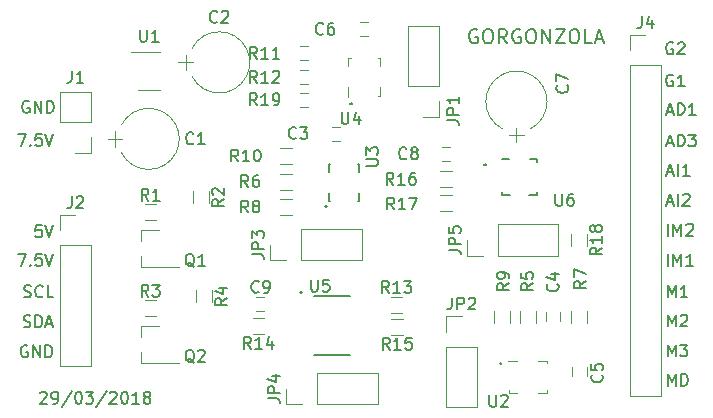
<source format=gto>
G04 #@! TF.FileFunction,Legend,Top*
%FSLAX46Y46*%
G04 Gerber Fmt 4.6, Leading zero omitted, Abs format (unit mm)*
G04 Created by KiCad (PCBNEW 4.0.7) date Friday, March 30, 2018 'PMt' 08:41:18 PM*
%MOMM*%
%LPD*%
G01*
G04 APERTURE LIST*
%ADD10C,0.100000*%
%ADD11C,0.150000*%
%ADD12C,0.200000*%
%ADD13C,0.127000*%
%ADD14C,0.120000*%
G04 APERTURE END LIST*
D10*
D11*
X97345476Y-147375619D02*
X97393095Y-147328000D01*
X97488333Y-147280381D01*
X97726429Y-147280381D01*
X97821667Y-147328000D01*
X97869286Y-147375619D01*
X97916905Y-147470857D01*
X97916905Y-147566095D01*
X97869286Y-147708952D01*
X97297857Y-148280381D01*
X97916905Y-148280381D01*
X98393095Y-148280381D02*
X98583571Y-148280381D01*
X98678810Y-148232762D01*
X98726429Y-148185143D01*
X98821667Y-148042286D01*
X98869286Y-147851810D01*
X98869286Y-147470857D01*
X98821667Y-147375619D01*
X98774048Y-147328000D01*
X98678810Y-147280381D01*
X98488333Y-147280381D01*
X98393095Y-147328000D01*
X98345476Y-147375619D01*
X98297857Y-147470857D01*
X98297857Y-147708952D01*
X98345476Y-147804190D01*
X98393095Y-147851810D01*
X98488333Y-147899429D01*
X98678810Y-147899429D01*
X98774048Y-147851810D01*
X98821667Y-147804190D01*
X98869286Y-147708952D01*
X100012143Y-147232762D02*
X99155000Y-148518476D01*
X100535952Y-147280381D02*
X100631191Y-147280381D01*
X100726429Y-147328000D01*
X100774048Y-147375619D01*
X100821667Y-147470857D01*
X100869286Y-147661333D01*
X100869286Y-147899429D01*
X100821667Y-148089905D01*
X100774048Y-148185143D01*
X100726429Y-148232762D01*
X100631191Y-148280381D01*
X100535952Y-148280381D01*
X100440714Y-148232762D01*
X100393095Y-148185143D01*
X100345476Y-148089905D01*
X100297857Y-147899429D01*
X100297857Y-147661333D01*
X100345476Y-147470857D01*
X100393095Y-147375619D01*
X100440714Y-147328000D01*
X100535952Y-147280381D01*
X101202619Y-147280381D02*
X101821667Y-147280381D01*
X101488333Y-147661333D01*
X101631191Y-147661333D01*
X101726429Y-147708952D01*
X101774048Y-147756571D01*
X101821667Y-147851810D01*
X101821667Y-148089905D01*
X101774048Y-148185143D01*
X101726429Y-148232762D01*
X101631191Y-148280381D01*
X101345476Y-148280381D01*
X101250238Y-148232762D01*
X101202619Y-148185143D01*
X102964524Y-147232762D02*
X102107381Y-148518476D01*
X103250238Y-147375619D02*
X103297857Y-147328000D01*
X103393095Y-147280381D01*
X103631191Y-147280381D01*
X103726429Y-147328000D01*
X103774048Y-147375619D01*
X103821667Y-147470857D01*
X103821667Y-147566095D01*
X103774048Y-147708952D01*
X103202619Y-148280381D01*
X103821667Y-148280381D01*
X104440714Y-147280381D02*
X104535953Y-147280381D01*
X104631191Y-147328000D01*
X104678810Y-147375619D01*
X104726429Y-147470857D01*
X104774048Y-147661333D01*
X104774048Y-147899429D01*
X104726429Y-148089905D01*
X104678810Y-148185143D01*
X104631191Y-148232762D01*
X104535953Y-148280381D01*
X104440714Y-148280381D01*
X104345476Y-148232762D01*
X104297857Y-148185143D01*
X104250238Y-148089905D01*
X104202619Y-147899429D01*
X104202619Y-147661333D01*
X104250238Y-147470857D01*
X104297857Y-147375619D01*
X104345476Y-147328000D01*
X104440714Y-147280381D01*
X105726429Y-148280381D02*
X105155000Y-148280381D01*
X105440714Y-148280381D02*
X105440714Y-147280381D01*
X105345476Y-147423238D01*
X105250238Y-147518476D01*
X105155000Y-147566095D01*
X106297857Y-147708952D02*
X106202619Y-147661333D01*
X106155000Y-147613714D01*
X106107381Y-147518476D01*
X106107381Y-147470857D01*
X106155000Y-147375619D01*
X106202619Y-147328000D01*
X106297857Y-147280381D01*
X106488334Y-147280381D01*
X106583572Y-147328000D01*
X106631191Y-147375619D01*
X106678810Y-147470857D01*
X106678810Y-147518476D01*
X106631191Y-147613714D01*
X106583572Y-147661333D01*
X106488334Y-147708952D01*
X106297857Y-147708952D01*
X106202619Y-147756571D01*
X106155000Y-147804190D01*
X106107381Y-147899429D01*
X106107381Y-148089905D01*
X106155000Y-148185143D01*
X106202619Y-148232762D01*
X106297857Y-148280381D01*
X106488334Y-148280381D01*
X106583572Y-148232762D01*
X106631191Y-148185143D01*
X106678810Y-148089905D01*
X106678810Y-147899429D01*
X106631191Y-147804190D01*
X106583572Y-147756571D01*
X106488334Y-147708952D01*
X96266286Y-143391000D02*
X96171048Y-143343381D01*
X96028191Y-143343381D01*
X95885333Y-143391000D01*
X95790095Y-143486238D01*
X95742476Y-143581476D01*
X95694857Y-143771952D01*
X95694857Y-143914810D01*
X95742476Y-144105286D01*
X95790095Y-144200524D01*
X95885333Y-144295762D01*
X96028191Y-144343381D01*
X96123429Y-144343381D01*
X96266286Y-144295762D01*
X96313905Y-144248143D01*
X96313905Y-143914810D01*
X96123429Y-143914810D01*
X96742476Y-144343381D02*
X96742476Y-143343381D01*
X97313905Y-144343381D01*
X97313905Y-143343381D01*
X97790095Y-144343381D02*
X97790095Y-143343381D01*
X98028190Y-143343381D01*
X98171048Y-143391000D01*
X98266286Y-143486238D01*
X98313905Y-143581476D01*
X98361524Y-143771952D01*
X98361524Y-143914810D01*
X98313905Y-144105286D01*
X98266286Y-144200524D01*
X98171048Y-144295762D01*
X98028190Y-144343381D01*
X97790095Y-144343381D01*
X95932952Y-141755762D02*
X96075809Y-141803381D01*
X96313905Y-141803381D01*
X96409143Y-141755762D01*
X96456762Y-141708143D01*
X96504381Y-141612905D01*
X96504381Y-141517667D01*
X96456762Y-141422429D01*
X96409143Y-141374810D01*
X96313905Y-141327190D01*
X96123428Y-141279571D01*
X96028190Y-141231952D01*
X95980571Y-141184333D01*
X95932952Y-141089095D01*
X95932952Y-140993857D01*
X95980571Y-140898619D01*
X96028190Y-140851000D01*
X96123428Y-140803381D01*
X96361524Y-140803381D01*
X96504381Y-140851000D01*
X96932952Y-141803381D02*
X96932952Y-140803381D01*
X97171047Y-140803381D01*
X97313905Y-140851000D01*
X97409143Y-140946238D01*
X97456762Y-141041476D01*
X97504381Y-141231952D01*
X97504381Y-141374810D01*
X97456762Y-141565286D01*
X97409143Y-141660524D01*
X97313905Y-141755762D01*
X97171047Y-141803381D01*
X96932952Y-141803381D01*
X97885333Y-141517667D02*
X98361524Y-141517667D01*
X97790095Y-141803381D02*
X98123428Y-140803381D01*
X98456762Y-141803381D01*
X95980571Y-139215762D02*
X96123428Y-139263381D01*
X96361524Y-139263381D01*
X96456762Y-139215762D01*
X96504381Y-139168143D01*
X96552000Y-139072905D01*
X96552000Y-138977667D01*
X96504381Y-138882429D01*
X96456762Y-138834810D01*
X96361524Y-138787190D01*
X96171047Y-138739571D01*
X96075809Y-138691952D01*
X96028190Y-138644333D01*
X95980571Y-138549095D01*
X95980571Y-138453857D01*
X96028190Y-138358619D01*
X96075809Y-138311000D01*
X96171047Y-138263381D01*
X96409143Y-138263381D01*
X96552000Y-138311000D01*
X97552000Y-139168143D02*
X97504381Y-139215762D01*
X97361524Y-139263381D01*
X97266286Y-139263381D01*
X97123428Y-139215762D01*
X97028190Y-139120524D01*
X96980571Y-139025286D01*
X96932952Y-138834810D01*
X96932952Y-138691952D01*
X96980571Y-138501476D01*
X97028190Y-138406238D01*
X97123428Y-138311000D01*
X97266286Y-138263381D01*
X97361524Y-138263381D01*
X97504381Y-138311000D01*
X97552000Y-138358619D01*
X98456762Y-139263381D02*
X97980571Y-139263381D01*
X97980571Y-138263381D01*
X97456762Y-133183381D02*
X96980571Y-133183381D01*
X96932952Y-133659571D01*
X96980571Y-133611952D01*
X97075809Y-133564333D01*
X97313905Y-133564333D01*
X97409143Y-133611952D01*
X97456762Y-133659571D01*
X97504381Y-133754810D01*
X97504381Y-133992905D01*
X97456762Y-134088143D01*
X97409143Y-134135762D01*
X97313905Y-134183381D01*
X97075809Y-134183381D01*
X96980571Y-134135762D01*
X96932952Y-134088143D01*
X97790095Y-133183381D02*
X98123428Y-134183381D01*
X98456762Y-133183381D01*
X95456762Y-135596381D02*
X96123429Y-135596381D01*
X95694857Y-136596381D01*
X96504381Y-136501143D02*
X96552000Y-136548762D01*
X96504381Y-136596381D01*
X96456762Y-136548762D01*
X96504381Y-136501143D01*
X96504381Y-136596381D01*
X97456762Y-135596381D02*
X96980571Y-135596381D01*
X96932952Y-136072571D01*
X96980571Y-136024952D01*
X97075809Y-135977333D01*
X97313905Y-135977333D01*
X97409143Y-136024952D01*
X97456762Y-136072571D01*
X97504381Y-136167810D01*
X97504381Y-136405905D01*
X97456762Y-136501143D01*
X97409143Y-136548762D01*
X97313905Y-136596381D01*
X97075809Y-136596381D01*
X96980571Y-136548762D01*
X96932952Y-136501143D01*
X97790095Y-135596381D02*
X98123428Y-136596381D01*
X98456762Y-135596381D01*
X95456762Y-125436381D02*
X96123429Y-125436381D01*
X95694857Y-126436381D01*
X96504381Y-126341143D02*
X96552000Y-126388762D01*
X96504381Y-126436381D01*
X96456762Y-126388762D01*
X96504381Y-126341143D01*
X96504381Y-126436381D01*
X97456762Y-125436381D02*
X96980571Y-125436381D01*
X96932952Y-125912571D01*
X96980571Y-125864952D01*
X97075809Y-125817333D01*
X97313905Y-125817333D01*
X97409143Y-125864952D01*
X97456762Y-125912571D01*
X97504381Y-126007810D01*
X97504381Y-126245905D01*
X97456762Y-126341143D01*
X97409143Y-126388762D01*
X97313905Y-126436381D01*
X97075809Y-126436381D01*
X96980571Y-126388762D01*
X96932952Y-126341143D01*
X97790095Y-125436381D02*
X98123428Y-126436381D01*
X98456762Y-125436381D01*
X96392905Y-122690000D02*
X96297667Y-122642381D01*
X96154810Y-122642381D01*
X96011952Y-122690000D01*
X95916714Y-122785238D01*
X95869095Y-122880476D01*
X95821476Y-123070952D01*
X95821476Y-123213810D01*
X95869095Y-123404286D01*
X95916714Y-123499524D01*
X96011952Y-123594762D01*
X96154810Y-123642381D01*
X96250048Y-123642381D01*
X96392905Y-123594762D01*
X96440524Y-123547143D01*
X96440524Y-123213810D01*
X96250048Y-123213810D01*
X96869095Y-123642381D02*
X96869095Y-122642381D01*
X97440524Y-123642381D01*
X97440524Y-122642381D01*
X97916714Y-123642381D02*
X97916714Y-122642381D01*
X98154809Y-122642381D01*
X98297667Y-122690000D01*
X98392905Y-122785238D01*
X98440524Y-122880476D01*
X98488143Y-123070952D01*
X98488143Y-123213810D01*
X98440524Y-123404286D01*
X98392905Y-123499524D01*
X98297667Y-123594762D01*
X98154809Y-123642381D01*
X97916714Y-123642381D01*
X150479095Y-146756381D02*
X150479095Y-145756381D01*
X150812429Y-146470667D01*
X151145762Y-145756381D01*
X151145762Y-146756381D01*
X151621952Y-146756381D02*
X151621952Y-145756381D01*
X151860047Y-145756381D01*
X152002905Y-145804000D01*
X152098143Y-145899238D01*
X152145762Y-145994476D01*
X152193381Y-146184952D01*
X152193381Y-146327810D01*
X152145762Y-146518286D01*
X152098143Y-146613524D01*
X152002905Y-146708762D01*
X151860047Y-146756381D01*
X151621952Y-146756381D01*
X150479095Y-144280381D02*
X150479095Y-143280381D01*
X150812429Y-143994667D01*
X151145762Y-143280381D01*
X151145762Y-144280381D01*
X151526714Y-143280381D02*
X152145762Y-143280381D01*
X151812428Y-143661333D01*
X151955286Y-143661333D01*
X152050524Y-143708952D01*
X152098143Y-143756571D01*
X152145762Y-143851810D01*
X152145762Y-144089905D01*
X152098143Y-144185143D01*
X152050524Y-144232762D01*
X151955286Y-144280381D01*
X151669571Y-144280381D01*
X151574333Y-144232762D01*
X151526714Y-144185143D01*
X150479095Y-141740381D02*
X150479095Y-140740381D01*
X150812429Y-141454667D01*
X151145762Y-140740381D01*
X151145762Y-141740381D01*
X151574333Y-140835619D02*
X151621952Y-140788000D01*
X151717190Y-140740381D01*
X151955286Y-140740381D01*
X152050524Y-140788000D01*
X152098143Y-140835619D01*
X152145762Y-140930857D01*
X152145762Y-141026095D01*
X152098143Y-141168952D01*
X151526714Y-141740381D01*
X152145762Y-141740381D01*
X150479095Y-139263381D02*
X150479095Y-138263381D01*
X150812429Y-138977667D01*
X151145762Y-138263381D01*
X151145762Y-139263381D01*
X152145762Y-139263381D02*
X151574333Y-139263381D01*
X151860047Y-139263381D02*
X151860047Y-138263381D01*
X151764809Y-138406238D01*
X151669571Y-138501476D01*
X151574333Y-138549095D01*
X150479095Y-136596381D02*
X150479095Y-135596381D01*
X150955285Y-136596381D02*
X150955285Y-135596381D01*
X151288619Y-136310667D01*
X151621952Y-135596381D01*
X151621952Y-136596381D01*
X152621952Y-136596381D02*
X152050523Y-136596381D01*
X152336237Y-136596381D02*
X152336237Y-135596381D01*
X152240999Y-135739238D01*
X152145761Y-135834476D01*
X152050523Y-135882095D01*
X150479095Y-134056381D02*
X150479095Y-133056381D01*
X150955285Y-134056381D02*
X150955285Y-133056381D01*
X151288619Y-133770667D01*
X151621952Y-133056381D01*
X151621952Y-134056381D01*
X152050523Y-133151619D02*
X152098142Y-133104000D01*
X152193380Y-133056381D01*
X152431476Y-133056381D01*
X152526714Y-133104000D01*
X152574333Y-133151619D01*
X152621952Y-133246857D01*
X152621952Y-133342095D01*
X152574333Y-133484952D01*
X152002904Y-134056381D01*
X152621952Y-134056381D01*
X150431476Y-131230667D02*
X150907667Y-131230667D01*
X150336238Y-131516381D02*
X150669571Y-130516381D01*
X151002905Y-131516381D01*
X151336238Y-131516381D02*
X151336238Y-130516381D01*
X151764809Y-130611619D02*
X151812428Y-130564000D01*
X151907666Y-130516381D01*
X152145762Y-130516381D01*
X152241000Y-130564000D01*
X152288619Y-130611619D01*
X152336238Y-130706857D01*
X152336238Y-130802095D01*
X152288619Y-130944952D01*
X151717190Y-131516381D01*
X152336238Y-131516381D01*
X150431476Y-128690667D02*
X150907667Y-128690667D01*
X150336238Y-128976381D02*
X150669571Y-127976381D01*
X151002905Y-128976381D01*
X151336238Y-128976381D02*
X151336238Y-127976381D01*
X152336238Y-128976381D02*
X151764809Y-128976381D01*
X152050523Y-128976381D02*
X152050523Y-127976381D01*
X151955285Y-128119238D01*
X151860047Y-128214476D01*
X151764809Y-128262095D01*
X150423714Y-126214667D02*
X150899905Y-126214667D01*
X150328476Y-126500381D02*
X150661809Y-125500381D01*
X150995143Y-126500381D01*
X151328476Y-126500381D02*
X151328476Y-125500381D01*
X151566571Y-125500381D01*
X151709429Y-125548000D01*
X151804667Y-125643238D01*
X151852286Y-125738476D01*
X151899905Y-125928952D01*
X151899905Y-126071810D01*
X151852286Y-126262286D01*
X151804667Y-126357524D01*
X151709429Y-126452762D01*
X151566571Y-126500381D01*
X151328476Y-126500381D01*
X152233238Y-125500381D02*
X152852286Y-125500381D01*
X152518952Y-125881333D01*
X152661810Y-125881333D01*
X152757048Y-125928952D01*
X152804667Y-125976571D01*
X152852286Y-126071810D01*
X152852286Y-126309905D01*
X152804667Y-126405143D01*
X152757048Y-126452762D01*
X152661810Y-126500381D01*
X152376095Y-126500381D01*
X152280857Y-126452762D01*
X152233238Y-126405143D01*
X150423714Y-123547667D02*
X150899905Y-123547667D01*
X150328476Y-123833381D02*
X150661809Y-122833381D01*
X150995143Y-123833381D01*
X151328476Y-123833381D02*
X151328476Y-122833381D01*
X151566571Y-122833381D01*
X151709429Y-122881000D01*
X151804667Y-122976238D01*
X151852286Y-123071476D01*
X151899905Y-123261952D01*
X151899905Y-123404810D01*
X151852286Y-123595286D01*
X151804667Y-123690524D01*
X151709429Y-123785762D01*
X151566571Y-123833381D01*
X151328476Y-123833381D01*
X152852286Y-123833381D02*
X152280857Y-123833381D01*
X152566571Y-123833381D02*
X152566571Y-122833381D01*
X152471333Y-122976238D01*
X152376095Y-123071476D01*
X152280857Y-123119095D01*
X150915715Y-120468000D02*
X150820477Y-120420381D01*
X150677620Y-120420381D01*
X150534762Y-120468000D01*
X150439524Y-120563238D01*
X150391905Y-120658476D01*
X150344286Y-120848952D01*
X150344286Y-120991810D01*
X150391905Y-121182286D01*
X150439524Y-121277524D01*
X150534762Y-121372762D01*
X150677620Y-121420381D01*
X150772858Y-121420381D01*
X150915715Y-121372762D01*
X150963334Y-121325143D01*
X150963334Y-120991810D01*
X150772858Y-120991810D01*
X151915715Y-121420381D02*
X151344286Y-121420381D01*
X151630000Y-121420381D02*
X151630000Y-120420381D01*
X151534762Y-120563238D01*
X151439524Y-120658476D01*
X151344286Y-120706095D01*
X150915715Y-117737000D02*
X150820477Y-117689381D01*
X150677620Y-117689381D01*
X150534762Y-117737000D01*
X150439524Y-117832238D01*
X150391905Y-117927476D01*
X150344286Y-118117952D01*
X150344286Y-118260810D01*
X150391905Y-118451286D01*
X150439524Y-118546524D01*
X150534762Y-118641762D01*
X150677620Y-118689381D01*
X150772858Y-118689381D01*
X150915715Y-118641762D01*
X150963334Y-118594143D01*
X150963334Y-118260810D01*
X150772858Y-118260810D01*
X151344286Y-117784619D02*
X151391905Y-117737000D01*
X151487143Y-117689381D01*
X151725239Y-117689381D01*
X151820477Y-117737000D01*
X151868096Y-117784619D01*
X151915715Y-117879857D01*
X151915715Y-117975095D01*
X151868096Y-118117952D01*
X151296667Y-118689381D01*
X151915715Y-118689381D01*
D12*
X134347572Y-116621000D02*
X134233286Y-116563857D01*
X134061857Y-116563857D01*
X133890429Y-116621000D01*
X133776143Y-116735286D01*
X133719000Y-116849571D01*
X133661857Y-117078143D01*
X133661857Y-117249571D01*
X133719000Y-117478143D01*
X133776143Y-117592429D01*
X133890429Y-117706714D01*
X134061857Y-117763857D01*
X134176143Y-117763857D01*
X134347572Y-117706714D01*
X134404715Y-117649571D01*
X134404715Y-117249571D01*
X134176143Y-117249571D01*
X135147572Y-116563857D02*
X135376143Y-116563857D01*
X135490429Y-116621000D01*
X135604715Y-116735286D01*
X135661857Y-116963857D01*
X135661857Y-117363857D01*
X135604715Y-117592429D01*
X135490429Y-117706714D01*
X135376143Y-117763857D01*
X135147572Y-117763857D01*
X135033286Y-117706714D01*
X134919000Y-117592429D01*
X134861857Y-117363857D01*
X134861857Y-116963857D01*
X134919000Y-116735286D01*
X135033286Y-116621000D01*
X135147572Y-116563857D01*
X136861858Y-117763857D02*
X136461858Y-117192429D01*
X136176143Y-117763857D02*
X136176143Y-116563857D01*
X136633286Y-116563857D01*
X136747572Y-116621000D01*
X136804715Y-116678143D01*
X136861858Y-116792429D01*
X136861858Y-116963857D01*
X136804715Y-117078143D01*
X136747572Y-117135286D01*
X136633286Y-117192429D01*
X136176143Y-117192429D01*
X138004715Y-116621000D02*
X137890429Y-116563857D01*
X137719000Y-116563857D01*
X137547572Y-116621000D01*
X137433286Y-116735286D01*
X137376143Y-116849571D01*
X137319000Y-117078143D01*
X137319000Y-117249571D01*
X137376143Y-117478143D01*
X137433286Y-117592429D01*
X137547572Y-117706714D01*
X137719000Y-117763857D01*
X137833286Y-117763857D01*
X138004715Y-117706714D01*
X138061858Y-117649571D01*
X138061858Y-117249571D01*
X137833286Y-117249571D01*
X138804715Y-116563857D02*
X139033286Y-116563857D01*
X139147572Y-116621000D01*
X139261858Y-116735286D01*
X139319000Y-116963857D01*
X139319000Y-117363857D01*
X139261858Y-117592429D01*
X139147572Y-117706714D01*
X139033286Y-117763857D01*
X138804715Y-117763857D01*
X138690429Y-117706714D01*
X138576143Y-117592429D01*
X138519000Y-117363857D01*
X138519000Y-116963857D01*
X138576143Y-116735286D01*
X138690429Y-116621000D01*
X138804715Y-116563857D01*
X139833286Y-117763857D02*
X139833286Y-116563857D01*
X140519001Y-117763857D01*
X140519001Y-116563857D01*
X140976144Y-116563857D02*
X141776144Y-116563857D01*
X140976144Y-117763857D01*
X141776144Y-117763857D01*
X142461858Y-116563857D02*
X142690429Y-116563857D01*
X142804715Y-116621000D01*
X142919001Y-116735286D01*
X142976143Y-116963857D01*
X142976143Y-117363857D01*
X142919001Y-117592429D01*
X142804715Y-117706714D01*
X142690429Y-117763857D01*
X142461858Y-117763857D01*
X142347572Y-117706714D01*
X142233286Y-117592429D01*
X142176143Y-117363857D01*
X142176143Y-116963857D01*
X142233286Y-116735286D01*
X142347572Y-116621000D01*
X142461858Y-116563857D01*
X144061858Y-117763857D02*
X143490429Y-117763857D01*
X143490429Y-116563857D01*
X144404715Y-117421000D02*
X144976144Y-117421000D01*
X144290430Y-117763857D02*
X144690430Y-116563857D01*
X145090430Y-117763857D01*
D13*
X120547000Y-139168500D02*
X123547000Y-139168500D01*
X120547000Y-144168500D02*
X123547000Y-144168500D01*
D12*
X119520000Y-138874500D02*
G75*
G03X119520000Y-138874500I-100000J0D01*
G01*
D13*
X137022000Y-127595500D02*
X136422000Y-127595500D01*
X138822000Y-127595500D02*
X139422000Y-127595500D01*
X139422000Y-127595500D02*
X139422000Y-127795500D01*
X138722000Y-130595500D02*
X139422000Y-130595500D01*
X139422000Y-130595500D02*
X139422000Y-130395500D01*
X136422000Y-130395500D02*
X136422000Y-130595500D01*
X136422000Y-130595500D02*
X137122000Y-130595500D01*
D12*
X121639000Y-131572000D02*
G75*
G03X121639000Y-131572000I-100000J0D01*
G01*
D13*
X121763000Y-130440000D02*
X121763000Y-131090000D01*
X121763000Y-131090000D02*
X121913000Y-131090000D01*
X121763000Y-128640000D02*
X121763000Y-127990000D01*
X121763000Y-127990000D02*
X121913000Y-127990000D01*
X124213000Y-127990000D02*
X124363000Y-127990000D01*
X124363000Y-127990000D02*
X124363000Y-128640000D01*
X124213000Y-131090000D02*
X124363000Y-131090000D01*
X124363000Y-131090000D02*
X124363000Y-130440000D01*
D14*
X108838722Y-124677277D02*
G75*
G03X104227420Y-124677000I-2305722J-1179723D01*
G01*
X108838722Y-127036723D02*
G75*
G02X104227420Y-127037000I-2305722J1179723D01*
G01*
X108838722Y-127036723D02*
G75*
G03X108838580Y-124677000I-2305722J1179723D01*
G01*
X103083000Y-125857000D02*
X104283000Y-125857000D01*
X103683000Y-125207000D02*
X103683000Y-126507000D01*
X114807722Y-118200277D02*
G75*
G03X110196420Y-118200000I-2305722J-1179723D01*
G01*
X114807722Y-120559723D02*
G75*
G02X110196420Y-120560000I-2305722J1179723D01*
G01*
X114807722Y-120559723D02*
G75*
G03X114807580Y-118200000I-2305722J1179723D01*
G01*
X109052000Y-119380000D02*
X110252000Y-119380000D01*
X109652000Y-118730000D02*
X109652000Y-120030000D01*
X136488277Y-120396278D02*
G75*
G03X136488000Y-125007580I1179723J-2305722D01*
G01*
X138847723Y-120396278D02*
G75*
G02X138848000Y-125007580I-1179723J-2305722D01*
G01*
X138847723Y-120396278D02*
G75*
G03X136488000Y-120396420I-1179723J-2305722D01*
G01*
X137668000Y-126152000D02*
X137668000Y-124952000D01*
X137018000Y-125552000D02*
X138318000Y-125552000D01*
X101660000Y-121860000D02*
X99000000Y-121860000D01*
X101660000Y-124460000D02*
X101660000Y-121860000D01*
X99000000Y-124460000D02*
X99000000Y-121860000D01*
X101660000Y-124460000D02*
X99000000Y-124460000D01*
X101660000Y-125730000D02*
X101660000Y-127060000D01*
X101660000Y-127060000D02*
X100330000Y-127060000D01*
X147260000Y-147634000D02*
X149920000Y-147634000D01*
X147260000Y-119634000D02*
X147260000Y-147634000D01*
X149920000Y-119634000D02*
X149920000Y-147634000D01*
X147260000Y-119634000D02*
X149920000Y-119634000D01*
X147260000Y-118364000D02*
X147260000Y-117034000D01*
X147260000Y-117034000D02*
X148590000Y-117034000D01*
X131124000Y-116272000D02*
X128464000Y-116272000D01*
X131124000Y-121412000D02*
X131124000Y-116272000D01*
X128464000Y-121412000D02*
X128464000Y-116272000D01*
X131124000Y-121412000D02*
X128464000Y-121412000D01*
X131124000Y-122682000D02*
X131124000Y-124012000D01*
X131124000Y-124012000D02*
X129794000Y-124012000D01*
X131702500Y-148586500D02*
X134362500Y-148586500D01*
X131702500Y-143446500D02*
X131702500Y-148586500D01*
X134362500Y-143446500D02*
X134362500Y-148586500D01*
X131702500Y-143446500D02*
X134362500Y-143446500D01*
X131702500Y-142176500D02*
X131702500Y-140846500D01*
X131702500Y-140846500D02*
X133032500Y-140846500D01*
X124583500Y-136140500D02*
X124583500Y-133480500D01*
X119443500Y-136140500D02*
X124583500Y-136140500D01*
X119443500Y-133480500D02*
X124583500Y-133480500D01*
X119443500Y-136140500D02*
X119443500Y-133480500D01*
X118173500Y-136140500D02*
X116843500Y-136140500D01*
X116843500Y-136140500D02*
X116843500Y-134810500D01*
X125917000Y-148332500D02*
X125917000Y-145672500D01*
X120777000Y-148332500D02*
X125917000Y-148332500D01*
X120777000Y-145672500D02*
X125917000Y-145672500D01*
X120777000Y-148332500D02*
X120777000Y-145672500D01*
X119507000Y-148332500D02*
X118177000Y-148332500D01*
X118177000Y-148332500D02*
X118177000Y-147002500D01*
X141220500Y-135759500D02*
X141220500Y-133099500D01*
X136080500Y-135759500D02*
X141220500Y-135759500D01*
X136080500Y-133099500D02*
X141220500Y-133099500D01*
X136080500Y-135759500D02*
X136080500Y-133099500D01*
X134810500Y-135759500D02*
X133480500Y-135759500D01*
X133480500Y-135759500D02*
X133480500Y-134429500D01*
X105920000Y-133548000D02*
X105920000Y-134478000D01*
X105920000Y-136708000D02*
X105920000Y-135778000D01*
X105920000Y-136708000D02*
X109080000Y-136708000D01*
X105920000Y-133548000D02*
X107380000Y-133548000D01*
X105920000Y-141676000D02*
X105920000Y-142606000D01*
X105920000Y-144836000D02*
X105920000Y-143906000D01*
X105920000Y-144836000D02*
X109080000Y-144836000D01*
X105920000Y-141676000D02*
X107380000Y-141676000D01*
X105653000Y-121688500D02*
X107453000Y-121688500D01*
X107453000Y-118468500D02*
X105003000Y-118468500D01*
X99000000Y-145094000D02*
X101660000Y-145094000D01*
X99000000Y-134874000D02*
X99000000Y-145094000D01*
X101660000Y-134874000D02*
X101660000Y-145094000D01*
X99000000Y-134874000D02*
X101660000Y-134874000D01*
X99000000Y-133604000D02*
X99000000Y-132274000D01*
X99000000Y-132274000D02*
X100330000Y-132274000D01*
D10*
X136920500Y-144636500D02*
X137740500Y-144636500D01*
X137020500Y-147336500D02*
X137740500Y-147336500D01*
X137020500Y-147336500D02*
X137020500Y-147116500D01*
X140220500Y-147116500D02*
X140220500Y-147336500D01*
X140220500Y-147336500D02*
X139500500Y-147336500D01*
X139500500Y-144636500D02*
X140220500Y-144636500D01*
X140220500Y-144636500D02*
X140220500Y-144856500D01*
X123427500Y-122286500D02*
X123427500Y-121466500D01*
X126127500Y-122186500D02*
X126127500Y-121466500D01*
X126127500Y-122186500D02*
X125907500Y-122186500D01*
X125907500Y-118986500D02*
X126127500Y-118986500D01*
X126127500Y-118986500D02*
X126127500Y-119706500D01*
X123427500Y-119706500D02*
X123427500Y-118986500D01*
X123427500Y-118986500D02*
X123647500Y-118986500D01*
D14*
X122714500Y-126012500D02*
X122014500Y-126012500D01*
X122014500Y-124812500D02*
X122714500Y-124812500D01*
X140179500Y-141256500D02*
X140179500Y-140556500D01*
X141379500Y-140556500D02*
X141379500Y-141256500D01*
X142402000Y-145892000D02*
X142402000Y-145192000D01*
X143602000Y-145192000D02*
X143602000Y-145892000D01*
X125127500Y-117186000D02*
X124427500Y-117186000D01*
X124427500Y-115986000D02*
X125127500Y-115986000D01*
X132049000Y-127727000D02*
X131349000Y-127727000D01*
X131349000Y-126527000D02*
X132049000Y-126527000D01*
X116301000Y-140427000D02*
X115601000Y-140427000D01*
X115601000Y-139227000D02*
X116301000Y-139227000D01*
X107180000Y-132760000D02*
X106180000Y-132760000D01*
X106180000Y-131400000D02*
X107180000Y-131400000D01*
X110318000Y-131310000D02*
X110318000Y-130310000D01*
X111678000Y-130310000D02*
X111678000Y-131310000D01*
X107180000Y-140888000D02*
X106180000Y-140888000D01*
X106180000Y-139528000D02*
X107180000Y-139528000D01*
X110572000Y-139692000D02*
X110572000Y-138692000D01*
X111932000Y-138692000D02*
X111932000Y-139692000D01*
X139300500Y-140406500D02*
X139300500Y-141406500D01*
X137940500Y-141406500D02*
X137940500Y-140406500D01*
X117673500Y-128796500D02*
X118673500Y-128796500D01*
X118673500Y-130156500D02*
X117673500Y-130156500D01*
X143682000Y-140470000D02*
X143682000Y-141470000D01*
X142322000Y-141470000D02*
X142322000Y-140470000D01*
X117673500Y-130955500D02*
X118673500Y-130955500D01*
X118673500Y-132315500D02*
X117673500Y-132315500D01*
X137141500Y-140406500D02*
X137141500Y-141406500D01*
X135781500Y-141406500D02*
X135781500Y-140406500D01*
X117673500Y-126637500D02*
X118673500Y-126637500D01*
X118673500Y-127997500D02*
X117673500Y-127997500D01*
X119347500Y-118018000D02*
X120047500Y-118018000D01*
X120047500Y-119218000D02*
X119347500Y-119218000D01*
X120047500Y-121186500D02*
X119347500Y-121186500D01*
X119347500Y-119986500D02*
X120047500Y-119986500D01*
X128008000Y-140570500D02*
X127008000Y-140570500D01*
X127008000Y-139210500D02*
X128008000Y-139210500D01*
X115324000Y-141052000D02*
X116324000Y-141052000D01*
X116324000Y-142412000D02*
X115324000Y-142412000D01*
X127071500Y-141115500D02*
X128071500Y-141115500D01*
X128071500Y-142475500D02*
X127071500Y-142475500D01*
X131199000Y-128542500D02*
X132199000Y-128542500D01*
X132199000Y-129902500D02*
X131199000Y-129902500D01*
X131199000Y-130638000D02*
X132199000Y-130638000D01*
X132199000Y-131998000D02*
X131199000Y-131998000D01*
X142322000Y-134929500D02*
X142322000Y-133929500D01*
X143682000Y-133929500D02*
X143682000Y-134929500D01*
X120047500Y-123155000D02*
X119347500Y-123155000D01*
X119347500Y-121955000D02*
X120047500Y-121955000D01*
D11*
X120269095Y-137787991D02*
X120269095Y-138597515D01*
X120316714Y-138692753D01*
X120364333Y-138740372D01*
X120459571Y-138787991D01*
X120650048Y-138787991D01*
X120745286Y-138740372D01*
X120792905Y-138692753D01*
X120840524Y-138597515D01*
X120840524Y-137787991D01*
X121792905Y-137787991D02*
X121316714Y-137787991D01*
X121269095Y-138264181D01*
X121316714Y-138216562D01*
X121411952Y-138168943D01*
X121650048Y-138168943D01*
X121745286Y-138216562D01*
X121792905Y-138264181D01*
X121840524Y-138359420D01*
X121840524Y-138597515D01*
X121792905Y-138692753D01*
X121745286Y-138740372D01*
X121650048Y-138787991D01*
X121411952Y-138787991D01*
X121316714Y-138740372D01*
X121269095Y-138692753D01*
X140970095Y-130516381D02*
X140970095Y-131325905D01*
X141017714Y-131421143D01*
X141065333Y-131468762D01*
X141160571Y-131516381D01*
X141351048Y-131516381D01*
X141446286Y-131468762D01*
X141493905Y-131421143D01*
X141541524Y-131325905D01*
X141541524Y-130516381D01*
X142446286Y-130516381D02*
X142255809Y-130516381D01*
X142160571Y-130564000D01*
X142112952Y-130611619D01*
X142017714Y-130754476D01*
X141970095Y-130944952D01*
X141970095Y-131325905D01*
X142017714Y-131421143D01*
X142065333Y-131468762D01*
X142160571Y-131516381D01*
X142351048Y-131516381D01*
X142446286Y-131468762D01*
X142493905Y-131421143D01*
X142541524Y-131325905D01*
X142541524Y-131087810D01*
X142493905Y-130992571D01*
X142446286Y-130944952D01*
X142351048Y-130897333D01*
X142160571Y-130897333D01*
X142065333Y-130944952D01*
X142017714Y-130992571D01*
X141970095Y-131087810D01*
X135001000Y-127992143D02*
X135048619Y-128039762D01*
X135001000Y-128087381D01*
X134953381Y-128039762D01*
X135001000Y-127992143D01*
X135001000Y-128087381D01*
X124926771Y-128145145D02*
X125738675Y-128145145D01*
X125834193Y-128097386D01*
X125881952Y-128049627D01*
X125929711Y-127954109D01*
X125929711Y-127763072D01*
X125881952Y-127667554D01*
X125834193Y-127619795D01*
X125738675Y-127572036D01*
X124926771Y-127572036D01*
X124926771Y-127189964D02*
X124926771Y-126569096D01*
X125308843Y-126903410D01*
X125308843Y-126760132D01*
X125356602Y-126664614D01*
X125404361Y-126616855D01*
X125499880Y-126569096D01*
X125738675Y-126569096D01*
X125834193Y-126616855D01*
X125881952Y-126664614D01*
X125929711Y-126760132D01*
X125929711Y-127046687D01*
X125881952Y-127142205D01*
X125834193Y-127189964D01*
X110323334Y-126214143D02*
X110275715Y-126261762D01*
X110132858Y-126309381D01*
X110037620Y-126309381D01*
X109894762Y-126261762D01*
X109799524Y-126166524D01*
X109751905Y-126071286D01*
X109704286Y-125880810D01*
X109704286Y-125737952D01*
X109751905Y-125547476D01*
X109799524Y-125452238D01*
X109894762Y-125357000D01*
X110037620Y-125309381D01*
X110132858Y-125309381D01*
X110275715Y-125357000D01*
X110323334Y-125404619D01*
X111275715Y-126309381D02*
X110704286Y-126309381D01*
X110990000Y-126309381D02*
X110990000Y-125309381D01*
X110894762Y-125452238D01*
X110799524Y-125547476D01*
X110704286Y-125595095D01*
X112335334Y-115927143D02*
X112287715Y-115974762D01*
X112144858Y-116022381D01*
X112049620Y-116022381D01*
X111906762Y-115974762D01*
X111811524Y-115879524D01*
X111763905Y-115784286D01*
X111716286Y-115593810D01*
X111716286Y-115450952D01*
X111763905Y-115260476D01*
X111811524Y-115165238D01*
X111906762Y-115070000D01*
X112049620Y-115022381D01*
X112144858Y-115022381D01*
X112287715Y-115070000D01*
X112335334Y-115117619D01*
X112716286Y-115117619D02*
X112763905Y-115070000D01*
X112859143Y-115022381D01*
X113097239Y-115022381D01*
X113192477Y-115070000D01*
X113240096Y-115117619D01*
X113287715Y-115212857D01*
X113287715Y-115308095D01*
X113240096Y-115450952D01*
X112668667Y-116022381D01*
X113287715Y-116022381D01*
X141962143Y-121324666D02*
X142009762Y-121372285D01*
X142057381Y-121515142D01*
X142057381Y-121610380D01*
X142009762Y-121753238D01*
X141914524Y-121848476D01*
X141819286Y-121896095D01*
X141628810Y-121943714D01*
X141485952Y-121943714D01*
X141295476Y-121896095D01*
X141200238Y-121848476D01*
X141105000Y-121753238D01*
X141057381Y-121610380D01*
X141057381Y-121515142D01*
X141105000Y-121372285D01*
X141152619Y-121324666D01*
X141057381Y-120991333D02*
X141057381Y-120324666D01*
X142057381Y-120753238D01*
X99996667Y-120102381D02*
X99996667Y-120816667D01*
X99949047Y-120959524D01*
X99853809Y-121054762D01*
X99710952Y-121102381D01*
X99615714Y-121102381D01*
X100996667Y-121102381D02*
X100425238Y-121102381D01*
X100710952Y-121102381D02*
X100710952Y-120102381D01*
X100615714Y-120245238D01*
X100520476Y-120340476D01*
X100425238Y-120388095D01*
X148256667Y-115486381D02*
X148256667Y-116200667D01*
X148209047Y-116343524D01*
X148113809Y-116438762D01*
X147970952Y-116486381D01*
X147875714Y-116486381D01*
X149161429Y-115819714D02*
X149161429Y-116486381D01*
X148923333Y-115438762D02*
X148685238Y-116153048D01*
X149304286Y-116153048D01*
X131786381Y-124277333D02*
X132500667Y-124277333D01*
X132643524Y-124324953D01*
X132738762Y-124420191D01*
X132786381Y-124563048D01*
X132786381Y-124658286D01*
X132786381Y-123801143D02*
X131786381Y-123801143D01*
X131786381Y-123420190D01*
X131834000Y-123324952D01*
X131881619Y-123277333D01*
X131976857Y-123229714D01*
X132119714Y-123229714D01*
X132214952Y-123277333D01*
X132262571Y-123324952D01*
X132310190Y-123420190D01*
X132310190Y-123801143D01*
X132786381Y-122277333D02*
X132786381Y-122848762D01*
X132786381Y-122563048D02*
X131786381Y-122563048D01*
X131929238Y-122658286D01*
X132024476Y-122753524D01*
X132072095Y-122848762D01*
X132199167Y-139298881D02*
X132199167Y-140013167D01*
X132151547Y-140156024D01*
X132056309Y-140251262D01*
X131913452Y-140298881D01*
X131818214Y-140298881D01*
X132675357Y-140298881D02*
X132675357Y-139298881D01*
X133056310Y-139298881D01*
X133151548Y-139346500D01*
X133199167Y-139394119D01*
X133246786Y-139489357D01*
X133246786Y-139632214D01*
X133199167Y-139727452D01*
X133151548Y-139775071D01*
X133056310Y-139822690D01*
X132675357Y-139822690D01*
X133627738Y-139394119D02*
X133675357Y-139346500D01*
X133770595Y-139298881D01*
X134008691Y-139298881D01*
X134103929Y-139346500D01*
X134151548Y-139394119D01*
X134199167Y-139489357D01*
X134199167Y-139584595D01*
X134151548Y-139727452D01*
X133580119Y-140298881D01*
X134199167Y-140298881D01*
X115295881Y-135643833D02*
X116010167Y-135643833D01*
X116153024Y-135691453D01*
X116248262Y-135786691D01*
X116295881Y-135929548D01*
X116295881Y-136024786D01*
X116295881Y-135167643D02*
X115295881Y-135167643D01*
X115295881Y-134786690D01*
X115343500Y-134691452D01*
X115391119Y-134643833D01*
X115486357Y-134596214D01*
X115629214Y-134596214D01*
X115724452Y-134643833D01*
X115772071Y-134691452D01*
X115819690Y-134786690D01*
X115819690Y-135167643D01*
X115295881Y-134262881D02*
X115295881Y-133643833D01*
X115676833Y-133977167D01*
X115676833Y-133834309D01*
X115724452Y-133739071D01*
X115772071Y-133691452D01*
X115867310Y-133643833D01*
X116105405Y-133643833D01*
X116200643Y-133691452D01*
X116248262Y-133739071D01*
X116295881Y-133834309D01*
X116295881Y-134120024D01*
X116248262Y-134215262D01*
X116200643Y-134262881D01*
X116629381Y-147835833D02*
X117343667Y-147835833D01*
X117486524Y-147883453D01*
X117581762Y-147978691D01*
X117629381Y-148121548D01*
X117629381Y-148216786D01*
X117629381Y-147359643D02*
X116629381Y-147359643D01*
X116629381Y-146978690D01*
X116677000Y-146883452D01*
X116724619Y-146835833D01*
X116819857Y-146788214D01*
X116962714Y-146788214D01*
X117057952Y-146835833D01*
X117105571Y-146883452D01*
X117153190Y-146978690D01*
X117153190Y-147359643D01*
X116962714Y-145931071D02*
X117629381Y-145931071D01*
X116581762Y-146169167D02*
X117296048Y-146407262D01*
X117296048Y-145788214D01*
X131932881Y-135262833D02*
X132647167Y-135262833D01*
X132790024Y-135310453D01*
X132885262Y-135405691D01*
X132932881Y-135548548D01*
X132932881Y-135643786D01*
X132932881Y-134786643D02*
X131932881Y-134786643D01*
X131932881Y-134405690D01*
X131980500Y-134310452D01*
X132028119Y-134262833D01*
X132123357Y-134215214D01*
X132266214Y-134215214D01*
X132361452Y-134262833D01*
X132409071Y-134310452D01*
X132456690Y-134405690D01*
X132456690Y-134786643D01*
X131932881Y-133310452D02*
X131932881Y-133786643D01*
X132409071Y-133834262D01*
X132361452Y-133786643D01*
X132313833Y-133691405D01*
X132313833Y-133453309D01*
X132361452Y-133358071D01*
X132409071Y-133310452D01*
X132504310Y-133262833D01*
X132742405Y-133262833D01*
X132837643Y-133310452D01*
X132885262Y-133358071D01*
X132932881Y-133453309D01*
X132932881Y-133691405D01*
X132885262Y-133786643D01*
X132837643Y-133834262D01*
X110394762Y-136691619D02*
X110299524Y-136644000D01*
X110204286Y-136548762D01*
X110061429Y-136405905D01*
X109966190Y-136358286D01*
X109870952Y-136358286D01*
X109918571Y-136596381D02*
X109823333Y-136548762D01*
X109728095Y-136453524D01*
X109680476Y-136263048D01*
X109680476Y-135929714D01*
X109728095Y-135739238D01*
X109823333Y-135644000D01*
X109918571Y-135596381D01*
X110109048Y-135596381D01*
X110204286Y-135644000D01*
X110299524Y-135739238D01*
X110347143Y-135929714D01*
X110347143Y-136263048D01*
X110299524Y-136453524D01*
X110204286Y-136548762D01*
X110109048Y-136596381D01*
X109918571Y-136596381D01*
X111299524Y-136596381D02*
X110728095Y-136596381D01*
X111013809Y-136596381D02*
X111013809Y-135596381D01*
X110918571Y-135739238D01*
X110823333Y-135834476D01*
X110728095Y-135882095D01*
X110394762Y-144819619D02*
X110299524Y-144772000D01*
X110204286Y-144676762D01*
X110061429Y-144533905D01*
X109966190Y-144486286D01*
X109870952Y-144486286D01*
X109918571Y-144724381D02*
X109823333Y-144676762D01*
X109728095Y-144581524D01*
X109680476Y-144391048D01*
X109680476Y-144057714D01*
X109728095Y-143867238D01*
X109823333Y-143772000D01*
X109918571Y-143724381D01*
X110109048Y-143724381D01*
X110204286Y-143772000D01*
X110299524Y-143867238D01*
X110347143Y-144057714D01*
X110347143Y-144391048D01*
X110299524Y-144581524D01*
X110204286Y-144676762D01*
X110109048Y-144724381D01*
X109918571Y-144724381D01*
X110728095Y-143819619D02*
X110775714Y-143772000D01*
X110870952Y-143724381D01*
X111109048Y-143724381D01*
X111204286Y-143772000D01*
X111251905Y-143819619D01*
X111299524Y-143914857D01*
X111299524Y-144010095D01*
X111251905Y-144152952D01*
X110680476Y-144724381D01*
X111299524Y-144724381D01*
X105791095Y-116630881D02*
X105791095Y-117440405D01*
X105838714Y-117535643D01*
X105886333Y-117583262D01*
X105981571Y-117630881D01*
X106172048Y-117630881D01*
X106267286Y-117583262D01*
X106314905Y-117535643D01*
X106362524Y-117440405D01*
X106362524Y-116630881D01*
X107362524Y-117630881D02*
X106791095Y-117630881D01*
X107076809Y-117630881D02*
X107076809Y-116630881D01*
X106981571Y-116773738D01*
X106886333Y-116868976D01*
X106791095Y-116916595D01*
X99996667Y-130726381D02*
X99996667Y-131440667D01*
X99949047Y-131583524D01*
X99853809Y-131678762D01*
X99710952Y-131726381D01*
X99615714Y-131726381D01*
X100425238Y-130821619D02*
X100472857Y-130774000D01*
X100568095Y-130726381D01*
X100806191Y-130726381D01*
X100901429Y-130774000D01*
X100949048Y-130821619D01*
X100996667Y-130916857D01*
X100996667Y-131012095D01*
X100949048Y-131154952D01*
X100377619Y-131726381D01*
X100996667Y-131726381D01*
X135382095Y-147534381D02*
X135382095Y-148343905D01*
X135429714Y-148439143D01*
X135477333Y-148486762D01*
X135572571Y-148534381D01*
X135763048Y-148534381D01*
X135858286Y-148486762D01*
X135905905Y-148439143D01*
X135953524Y-148343905D01*
X135953524Y-147534381D01*
X136382095Y-147629619D02*
X136429714Y-147582000D01*
X136524952Y-147534381D01*
X136763048Y-147534381D01*
X136858286Y-147582000D01*
X136905905Y-147629619D01*
X136953524Y-147724857D01*
X136953524Y-147820095D01*
X136905905Y-147962952D01*
X136334476Y-148534381D01*
X136953524Y-148534381D01*
X136334500Y-144819643D02*
X136382119Y-144867262D01*
X136334500Y-144914881D01*
X136286881Y-144867262D01*
X136334500Y-144819643D01*
X136334500Y-144914881D01*
X122872595Y-123594881D02*
X122872595Y-124404405D01*
X122920214Y-124499643D01*
X122967833Y-124547262D01*
X123063071Y-124594881D01*
X123253548Y-124594881D01*
X123348786Y-124547262D01*
X123396405Y-124499643D01*
X123444024Y-124404405D01*
X123444024Y-123594881D01*
X124348786Y-123928214D02*
X124348786Y-124594881D01*
X124110690Y-123547262D02*
X123872595Y-124261548D01*
X124491643Y-124261548D01*
X123610643Y-122872500D02*
X123658262Y-122824881D01*
X123705881Y-122872500D01*
X123658262Y-122920119D01*
X123610643Y-122872500D01*
X123705881Y-122872500D01*
X119022834Y-125769643D02*
X118975215Y-125817262D01*
X118832358Y-125864881D01*
X118737120Y-125864881D01*
X118594262Y-125817262D01*
X118499024Y-125722024D01*
X118451405Y-125626786D01*
X118403786Y-125436310D01*
X118403786Y-125293452D01*
X118451405Y-125102976D01*
X118499024Y-125007738D01*
X118594262Y-124912500D01*
X118737120Y-124864881D01*
X118832358Y-124864881D01*
X118975215Y-124912500D01*
X119022834Y-124960119D01*
X119356167Y-124864881D02*
X119975215Y-124864881D01*
X119641881Y-125245833D01*
X119784739Y-125245833D01*
X119879977Y-125293452D01*
X119927596Y-125341071D01*
X119975215Y-125436310D01*
X119975215Y-125674405D01*
X119927596Y-125769643D01*
X119879977Y-125817262D01*
X119784739Y-125864881D01*
X119499024Y-125864881D01*
X119403786Y-125817262D01*
X119356167Y-125769643D01*
X141136643Y-138152166D02*
X141184262Y-138199785D01*
X141231881Y-138342642D01*
X141231881Y-138437880D01*
X141184262Y-138580738D01*
X141089024Y-138675976D01*
X140993786Y-138723595D01*
X140803310Y-138771214D01*
X140660452Y-138771214D01*
X140469976Y-138723595D01*
X140374738Y-138675976D01*
X140279500Y-138580738D01*
X140231881Y-138437880D01*
X140231881Y-138342642D01*
X140279500Y-138199785D01*
X140327119Y-138152166D01*
X140565214Y-137295023D02*
X141231881Y-137295023D01*
X140184262Y-137533119D02*
X140898548Y-137771214D01*
X140898548Y-137152166D01*
X144883143Y-145835666D02*
X144930762Y-145883285D01*
X144978381Y-146026142D01*
X144978381Y-146121380D01*
X144930762Y-146264238D01*
X144835524Y-146359476D01*
X144740286Y-146407095D01*
X144549810Y-146454714D01*
X144406952Y-146454714D01*
X144216476Y-146407095D01*
X144121238Y-146359476D01*
X144026000Y-146264238D01*
X143978381Y-146121380D01*
X143978381Y-146026142D01*
X144026000Y-145883285D01*
X144073619Y-145835666D01*
X143978381Y-144930904D02*
X143978381Y-145407095D01*
X144454571Y-145454714D01*
X144406952Y-145407095D01*
X144359333Y-145311857D01*
X144359333Y-145073761D01*
X144406952Y-144978523D01*
X144454571Y-144930904D01*
X144549810Y-144883285D01*
X144787905Y-144883285D01*
X144883143Y-144930904D01*
X144930762Y-144978523D01*
X144978381Y-145073761D01*
X144978381Y-145311857D01*
X144930762Y-145407095D01*
X144883143Y-145454714D01*
X121308834Y-116943143D02*
X121261215Y-116990762D01*
X121118358Y-117038381D01*
X121023120Y-117038381D01*
X120880262Y-116990762D01*
X120785024Y-116895524D01*
X120737405Y-116800286D01*
X120689786Y-116609810D01*
X120689786Y-116466952D01*
X120737405Y-116276476D01*
X120785024Y-116181238D01*
X120880262Y-116086000D01*
X121023120Y-116038381D01*
X121118358Y-116038381D01*
X121261215Y-116086000D01*
X121308834Y-116133619D01*
X122165977Y-116038381D02*
X121975500Y-116038381D01*
X121880262Y-116086000D01*
X121832643Y-116133619D01*
X121737405Y-116276476D01*
X121689786Y-116466952D01*
X121689786Y-116847905D01*
X121737405Y-116943143D01*
X121785024Y-116990762D01*
X121880262Y-117038381D01*
X122070739Y-117038381D01*
X122165977Y-116990762D01*
X122213596Y-116943143D01*
X122261215Y-116847905D01*
X122261215Y-116609810D01*
X122213596Y-116514571D01*
X122165977Y-116466952D01*
X122070739Y-116419333D01*
X121880262Y-116419333D01*
X121785024Y-116466952D01*
X121737405Y-116514571D01*
X121689786Y-116609810D01*
X128357334Y-127484143D02*
X128309715Y-127531762D01*
X128166858Y-127579381D01*
X128071620Y-127579381D01*
X127928762Y-127531762D01*
X127833524Y-127436524D01*
X127785905Y-127341286D01*
X127738286Y-127150810D01*
X127738286Y-127007952D01*
X127785905Y-126817476D01*
X127833524Y-126722238D01*
X127928762Y-126627000D01*
X128071620Y-126579381D01*
X128166858Y-126579381D01*
X128309715Y-126627000D01*
X128357334Y-126674619D01*
X128928762Y-127007952D02*
X128833524Y-126960333D01*
X128785905Y-126912714D01*
X128738286Y-126817476D01*
X128738286Y-126769857D01*
X128785905Y-126674619D01*
X128833524Y-126627000D01*
X128928762Y-126579381D01*
X129119239Y-126579381D01*
X129214477Y-126627000D01*
X129262096Y-126674619D01*
X129309715Y-126769857D01*
X129309715Y-126817476D01*
X129262096Y-126912714D01*
X129214477Y-126960333D01*
X129119239Y-127007952D01*
X128928762Y-127007952D01*
X128833524Y-127055571D01*
X128785905Y-127103190D01*
X128738286Y-127198429D01*
X128738286Y-127388905D01*
X128785905Y-127484143D01*
X128833524Y-127531762D01*
X128928762Y-127579381D01*
X129119239Y-127579381D01*
X129214477Y-127531762D01*
X129262096Y-127484143D01*
X129309715Y-127388905D01*
X129309715Y-127198429D01*
X129262096Y-127103190D01*
X129214477Y-127055571D01*
X129119239Y-127007952D01*
X115847834Y-138787143D02*
X115800215Y-138834762D01*
X115657358Y-138882381D01*
X115562120Y-138882381D01*
X115419262Y-138834762D01*
X115324024Y-138739524D01*
X115276405Y-138644286D01*
X115228786Y-138453810D01*
X115228786Y-138310952D01*
X115276405Y-138120476D01*
X115324024Y-138025238D01*
X115419262Y-137930000D01*
X115562120Y-137882381D01*
X115657358Y-137882381D01*
X115800215Y-137930000D01*
X115847834Y-137977619D01*
X116324024Y-138882381D02*
X116514500Y-138882381D01*
X116609739Y-138834762D01*
X116657358Y-138787143D01*
X116752596Y-138644286D01*
X116800215Y-138453810D01*
X116800215Y-138072857D01*
X116752596Y-137977619D01*
X116704977Y-137930000D01*
X116609739Y-137882381D01*
X116419262Y-137882381D01*
X116324024Y-137930000D01*
X116276405Y-137977619D01*
X116228786Y-138072857D01*
X116228786Y-138310952D01*
X116276405Y-138406190D01*
X116324024Y-138453810D01*
X116419262Y-138501429D01*
X116609739Y-138501429D01*
X116704977Y-138453810D01*
X116752596Y-138406190D01*
X116800215Y-138310952D01*
X106513334Y-131082381D02*
X106180000Y-130606190D01*
X105941905Y-131082381D02*
X105941905Y-130082381D01*
X106322858Y-130082381D01*
X106418096Y-130130000D01*
X106465715Y-130177619D01*
X106513334Y-130272857D01*
X106513334Y-130415714D01*
X106465715Y-130510952D01*
X106418096Y-130558571D01*
X106322858Y-130606190D01*
X105941905Y-130606190D01*
X107465715Y-131082381D02*
X106894286Y-131082381D01*
X107180000Y-131082381D02*
X107180000Y-130082381D01*
X107084762Y-130225238D01*
X106989524Y-130320476D01*
X106894286Y-130368095D01*
X112900381Y-130976666D02*
X112424190Y-131310000D01*
X112900381Y-131548095D02*
X111900381Y-131548095D01*
X111900381Y-131167142D01*
X111948000Y-131071904D01*
X111995619Y-131024285D01*
X112090857Y-130976666D01*
X112233714Y-130976666D01*
X112328952Y-131024285D01*
X112376571Y-131071904D01*
X112424190Y-131167142D01*
X112424190Y-131548095D01*
X111995619Y-130595714D02*
X111948000Y-130548095D01*
X111900381Y-130452857D01*
X111900381Y-130214761D01*
X111948000Y-130119523D01*
X111995619Y-130071904D01*
X112090857Y-130024285D01*
X112186095Y-130024285D01*
X112328952Y-130071904D01*
X112900381Y-130643333D01*
X112900381Y-130024285D01*
X106513334Y-139210381D02*
X106180000Y-138734190D01*
X105941905Y-139210381D02*
X105941905Y-138210381D01*
X106322858Y-138210381D01*
X106418096Y-138258000D01*
X106465715Y-138305619D01*
X106513334Y-138400857D01*
X106513334Y-138543714D01*
X106465715Y-138638952D01*
X106418096Y-138686571D01*
X106322858Y-138734190D01*
X105941905Y-138734190D01*
X106846667Y-138210381D02*
X107465715Y-138210381D01*
X107132381Y-138591333D01*
X107275239Y-138591333D01*
X107370477Y-138638952D01*
X107418096Y-138686571D01*
X107465715Y-138781810D01*
X107465715Y-139019905D01*
X107418096Y-139115143D01*
X107370477Y-139162762D01*
X107275239Y-139210381D01*
X106989524Y-139210381D01*
X106894286Y-139162762D01*
X106846667Y-139115143D01*
X113154381Y-139358666D02*
X112678190Y-139692000D01*
X113154381Y-139930095D02*
X112154381Y-139930095D01*
X112154381Y-139549142D01*
X112202000Y-139453904D01*
X112249619Y-139406285D01*
X112344857Y-139358666D01*
X112487714Y-139358666D01*
X112582952Y-139406285D01*
X112630571Y-139453904D01*
X112678190Y-139549142D01*
X112678190Y-139930095D01*
X112487714Y-138501523D02*
X113154381Y-138501523D01*
X112106762Y-138739619D02*
X112821048Y-138977714D01*
X112821048Y-138358666D01*
X139072881Y-138088666D02*
X138596690Y-138422000D01*
X139072881Y-138660095D02*
X138072881Y-138660095D01*
X138072881Y-138279142D01*
X138120500Y-138183904D01*
X138168119Y-138136285D01*
X138263357Y-138088666D01*
X138406214Y-138088666D01*
X138501452Y-138136285D01*
X138549071Y-138183904D01*
X138596690Y-138279142D01*
X138596690Y-138660095D01*
X138072881Y-137183904D02*
X138072881Y-137660095D01*
X138549071Y-137707714D01*
X138501452Y-137660095D01*
X138453833Y-137564857D01*
X138453833Y-137326761D01*
X138501452Y-137231523D01*
X138549071Y-137183904D01*
X138644310Y-137136285D01*
X138882405Y-137136285D01*
X138977643Y-137183904D01*
X139025262Y-137231523D01*
X139072881Y-137326761D01*
X139072881Y-137564857D01*
X139025262Y-137660095D01*
X138977643Y-137707714D01*
X114958834Y-129928881D02*
X114625500Y-129452690D01*
X114387405Y-129928881D02*
X114387405Y-128928881D01*
X114768358Y-128928881D01*
X114863596Y-128976500D01*
X114911215Y-129024119D01*
X114958834Y-129119357D01*
X114958834Y-129262214D01*
X114911215Y-129357452D01*
X114863596Y-129405071D01*
X114768358Y-129452690D01*
X114387405Y-129452690D01*
X115815977Y-128928881D02*
X115625500Y-128928881D01*
X115530262Y-128976500D01*
X115482643Y-129024119D01*
X115387405Y-129166976D01*
X115339786Y-129357452D01*
X115339786Y-129738405D01*
X115387405Y-129833643D01*
X115435024Y-129881262D01*
X115530262Y-129928881D01*
X115720739Y-129928881D01*
X115815977Y-129881262D01*
X115863596Y-129833643D01*
X115911215Y-129738405D01*
X115911215Y-129500310D01*
X115863596Y-129405071D01*
X115815977Y-129357452D01*
X115720739Y-129309833D01*
X115530262Y-129309833D01*
X115435024Y-129357452D01*
X115387405Y-129405071D01*
X115339786Y-129500310D01*
X143517881Y-137898166D02*
X143041690Y-138231500D01*
X143517881Y-138469595D02*
X142517881Y-138469595D01*
X142517881Y-138088642D01*
X142565500Y-137993404D01*
X142613119Y-137945785D01*
X142708357Y-137898166D01*
X142851214Y-137898166D01*
X142946452Y-137945785D01*
X142994071Y-137993404D01*
X143041690Y-138088642D01*
X143041690Y-138469595D01*
X142517881Y-137564833D02*
X142517881Y-136898166D01*
X143517881Y-137326738D01*
X114958834Y-132087881D02*
X114625500Y-131611690D01*
X114387405Y-132087881D02*
X114387405Y-131087881D01*
X114768358Y-131087881D01*
X114863596Y-131135500D01*
X114911215Y-131183119D01*
X114958834Y-131278357D01*
X114958834Y-131421214D01*
X114911215Y-131516452D01*
X114863596Y-131564071D01*
X114768358Y-131611690D01*
X114387405Y-131611690D01*
X115530262Y-131516452D02*
X115435024Y-131468833D01*
X115387405Y-131421214D01*
X115339786Y-131325976D01*
X115339786Y-131278357D01*
X115387405Y-131183119D01*
X115435024Y-131135500D01*
X115530262Y-131087881D01*
X115720739Y-131087881D01*
X115815977Y-131135500D01*
X115863596Y-131183119D01*
X115911215Y-131278357D01*
X115911215Y-131325976D01*
X115863596Y-131421214D01*
X115815977Y-131468833D01*
X115720739Y-131516452D01*
X115530262Y-131516452D01*
X115435024Y-131564071D01*
X115387405Y-131611690D01*
X115339786Y-131706929D01*
X115339786Y-131897405D01*
X115387405Y-131992643D01*
X115435024Y-132040262D01*
X115530262Y-132087881D01*
X115720739Y-132087881D01*
X115815977Y-132040262D01*
X115863596Y-131992643D01*
X115911215Y-131897405D01*
X115911215Y-131706929D01*
X115863596Y-131611690D01*
X115815977Y-131564071D01*
X115720739Y-131516452D01*
X137040881Y-138088666D02*
X136564690Y-138422000D01*
X137040881Y-138660095D02*
X136040881Y-138660095D01*
X136040881Y-138279142D01*
X136088500Y-138183904D01*
X136136119Y-138136285D01*
X136231357Y-138088666D01*
X136374214Y-138088666D01*
X136469452Y-138136285D01*
X136517071Y-138183904D01*
X136564690Y-138279142D01*
X136564690Y-138660095D01*
X137040881Y-137612476D02*
X137040881Y-137422000D01*
X136993262Y-137326761D01*
X136945643Y-137279142D01*
X136802786Y-137183904D01*
X136612310Y-137136285D01*
X136231357Y-137136285D01*
X136136119Y-137183904D01*
X136088500Y-137231523D01*
X136040881Y-137326761D01*
X136040881Y-137517238D01*
X136088500Y-137612476D01*
X136136119Y-137660095D01*
X136231357Y-137707714D01*
X136469452Y-137707714D01*
X136564690Y-137660095D01*
X136612310Y-137612476D01*
X136659929Y-137517238D01*
X136659929Y-137326761D01*
X136612310Y-137231523D01*
X136564690Y-137183904D01*
X136469452Y-137136285D01*
X114101643Y-127769881D02*
X113768309Y-127293690D01*
X113530214Y-127769881D02*
X113530214Y-126769881D01*
X113911167Y-126769881D01*
X114006405Y-126817500D01*
X114054024Y-126865119D01*
X114101643Y-126960357D01*
X114101643Y-127103214D01*
X114054024Y-127198452D01*
X114006405Y-127246071D01*
X113911167Y-127293690D01*
X113530214Y-127293690D01*
X115054024Y-127769881D02*
X114482595Y-127769881D01*
X114768309Y-127769881D02*
X114768309Y-126769881D01*
X114673071Y-126912738D01*
X114577833Y-127007976D01*
X114482595Y-127055595D01*
X115673071Y-126769881D02*
X115768310Y-126769881D01*
X115863548Y-126817500D01*
X115911167Y-126865119D01*
X115958786Y-126960357D01*
X116006405Y-127150833D01*
X116006405Y-127388929D01*
X115958786Y-127579405D01*
X115911167Y-127674643D01*
X115863548Y-127722262D01*
X115768310Y-127769881D01*
X115673071Y-127769881D01*
X115577833Y-127722262D01*
X115530214Y-127674643D01*
X115482595Y-127579405D01*
X115434976Y-127388929D01*
X115434976Y-127150833D01*
X115482595Y-126960357D01*
X115530214Y-126865119D01*
X115577833Y-126817500D01*
X115673071Y-126769881D01*
X115689143Y-119070381D02*
X115355809Y-118594190D01*
X115117714Y-119070381D02*
X115117714Y-118070381D01*
X115498667Y-118070381D01*
X115593905Y-118118000D01*
X115641524Y-118165619D01*
X115689143Y-118260857D01*
X115689143Y-118403714D01*
X115641524Y-118498952D01*
X115593905Y-118546571D01*
X115498667Y-118594190D01*
X115117714Y-118594190D01*
X116641524Y-119070381D02*
X116070095Y-119070381D01*
X116355809Y-119070381D02*
X116355809Y-118070381D01*
X116260571Y-118213238D01*
X116165333Y-118308476D01*
X116070095Y-118356095D01*
X117593905Y-119070381D02*
X117022476Y-119070381D01*
X117308190Y-119070381D02*
X117308190Y-118070381D01*
X117212952Y-118213238D01*
X117117714Y-118308476D01*
X117022476Y-118356095D01*
X115689143Y-121102381D02*
X115355809Y-120626190D01*
X115117714Y-121102381D02*
X115117714Y-120102381D01*
X115498667Y-120102381D01*
X115593905Y-120150000D01*
X115641524Y-120197619D01*
X115689143Y-120292857D01*
X115689143Y-120435714D01*
X115641524Y-120530952D01*
X115593905Y-120578571D01*
X115498667Y-120626190D01*
X115117714Y-120626190D01*
X116641524Y-121102381D02*
X116070095Y-121102381D01*
X116355809Y-121102381D02*
X116355809Y-120102381D01*
X116260571Y-120245238D01*
X116165333Y-120340476D01*
X116070095Y-120388095D01*
X117022476Y-120197619D02*
X117070095Y-120150000D01*
X117165333Y-120102381D01*
X117403429Y-120102381D01*
X117498667Y-120150000D01*
X117546286Y-120197619D01*
X117593905Y-120292857D01*
X117593905Y-120388095D01*
X117546286Y-120530952D01*
X116974857Y-121102381D01*
X117593905Y-121102381D01*
X126865143Y-138892881D02*
X126531809Y-138416690D01*
X126293714Y-138892881D02*
X126293714Y-137892881D01*
X126674667Y-137892881D01*
X126769905Y-137940500D01*
X126817524Y-137988119D01*
X126865143Y-138083357D01*
X126865143Y-138226214D01*
X126817524Y-138321452D01*
X126769905Y-138369071D01*
X126674667Y-138416690D01*
X126293714Y-138416690D01*
X127817524Y-138892881D02*
X127246095Y-138892881D01*
X127531809Y-138892881D02*
X127531809Y-137892881D01*
X127436571Y-138035738D01*
X127341333Y-138130976D01*
X127246095Y-138178595D01*
X128150857Y-137892881D02*
X128769905Y-137892881D01*
X128436571Y-138273833D01*
X128579429Y-138273833D01*
X128674667Y-138321452D01*
X128722286Y-138369071D01*
X128769905Y-138464310D01*
X128769905Y-138702405D01*
X128722286Y-138797643D01*
X128674667Y-138845262D01*
X128579429Y-138892881D01*
X128293714Y-138892881D01*
X128198476Y-138845262D01*
X128150857Y-138797643D01*
X115181143Y-143634381D02*
X114847809Y-143158190D01*
X114609714Y-143634381D02*
X114609714Y-142634381D01*
X114990667Y-142634381D01*
X115085905Y-142682000D01*
X115133524Y-142729619D01*
X115181143Y-142824857D01*
X115181143Y-142967714D01*
X115133524Y-143062952D01*
X115085905Y-143110571D01*
X114990667Y-143158190D01*
X114609714Y-143158190D01*
X116133524Y-143634381D02*
X115562095Y-143634381D01*
X115847809Y-143634381D02*
X115847809Y-142634381D01*
X115752571Y-142777238D01*
X115657333Y-142872476D01*
X115562095Y-142920095D01*
X116990667Y-142967714D02*
X116990667Y-143634381D01*
X116752571Y-142586762D02*
X116514476Y-143301048D01*
X117133524Y-143301048D01*
X126928643Y-143697881D02*
X126595309Y-143221690D01*
X126357214Y-143697881D02*
X126357214Y-142697881D01*
X126738167Y-142697881D01*
X126833405Y-142745500D01*
X126881024Y-142793119D01*
X126928643Y-142888357D01*
X126928643Y-143031214D01*
X126881024Y-143126452D01*
X126833405Y-143174071D01*
X126738167Y-143221690D01*
X126357214Y-143221690D01*
X127881024Y-143697881D02*
X127309595Y-143697881D01*
X127595309Y-143697881D02*
X127595309Y-142697881D01*
X127500071Y-142840738D01*
X127404833Y-142935976D01*
X127309595Y-142983595D01*
X128785786Y-142697881D02*
X128309595Y-142697881D01*
X128261976Y-143174071D01*
X128309595Y-143126452D01*
X128404833Y-143078833D01*
X128642929Y-143078833D01*
X128738167Y-143126452D01*
X128785786Y-143174071D01*
X128833405Y-143269310D01*
X128833405Y-143507405D01*
X128785786Y-143602643D01*
X128738167Y-143650262D01*
X128642929Y-143697881D01*
X128404833Y-143697881D01*
X128309595Y-143650262D01*
X128261976Y-143602643D01*
X127246143Y-129738381D02*
X126912809Y-129262190D01*
X126674714Y-129738381D02*
X126674714Y-128738381D01*
X127055667Y-128738381D01*
X127150905Y-128786000D01*
X127198524Y-128833619D01*
X127246143Y-128928857D01*
X127246143Y-129071714D01*
X127198524Y-129166952D01*
X127150905Y-129214571D01*
X127055667Y-129262190D01*
X126674714Y-129262190D01*
X128198524Y-129738381D02*
X127627095Y-129738381D01*
X127912809Y-129738381D02*
X127912809Y-128738381D01*
X127817571Y-128881238D01*
X127722333Y-128976476D01*
X127627095Y-129024095D01*
X129055667Y-128738381D02*
X128865190Y-128738381D01*
X128769952Y-128786000D01*
X128722333Y-128833619D01*
X128627095Y-128976476D01*
X128579476Y-129166952D01*
X128579476Y-129547905D01*
X128627095Y-129643143D01*
X128674714Y-129690762D01*
X128769952Y-129738381D01*
X128960429Y-129738381D01*
X129055667Y-129690762D01*
X129103286Y-129643143D01*
X129150905Y-129547905D01*
X129150905Y-129309810D01*
X129103286Y-129214571D01*
X129055667Y-129166952D01*
X128960429Y-129119333D01*
X128769952Y-129119333D01*
X128674714Y-129166952D01*
X128627095Y-129214571D01*
X128579476Y-129309810D01*
X127309643Y-131833881D02*
X126976309Y-131357690D01*
X126738214Y-131833881D02*
X126738214Y-130833881D01*
X127119167Y-130833881D01*
X127214405Y-130881500D01*
X127262024Y-130929119D01*
X127309643Y-131024357D01*
X127309643Y-131167214D01*
X127262024Y-131262452D01*
X127214405Y-131310071D01*
X127119167Y-131357690D01*
X126738214Y-131357690D01*
X128262024Y-131833881D02*
X127690595Y-131833881D01*
X127976309Y-131833881D02*
X127976309Y-130833881D01*
X127881071Y-130976738D01*
X127785833Y-131071976D01*
X127690595Y-131119595D01*
X128595357Y-130833881D02*
X129262024Y-130833881D01*
X128833452Y-131833881D01*
X144904381Y-135072357D02*
X144428190Y-135405691D01*
X144904381Y-135643786D02*
X143904381Y-135643786D01*
X143904381Y-135262833D01*
X143952000Y-135167595D01*
X143999619Y-135119976D01*
X144094857Y-135072357D01*
X144237714Y-135072357D01*
X144332952Y-135119976D01*
X144380571Y-135167595D01*
X144428190Y-135262833D01*
X144428190Y-135643786D01*
X144904381Y-134119976D02*
X144904381Y-134691405D01*
X144904381Y-134405691D02*
X143904381Y-134405691D01*
X144047238Y-134500929D01*
X144142476Y-134596167D01*
X144190095Y-134691405D01*
X144332952Y-133548548D02*
X144285333Y-133643786D01*
X144237714Y-133691405D01*
X144142476Y-133739024D01*
X144094857Y-133739024D01*
X143999619Y-133691405D01*
X143952000Y-133643786D01*
X143904381Y-133548548D01*
X143904381Y-133358071D01*
X143952000Y-133262833D01*
X143999619Y-133215214D01*
X144094857Y-133167595D01*
X144142476Y-133167595D01*
X144237714Y-133215214D01*
X144285333Y-133262833D01*
X144332952Y-133358071D01*
X144332952Y-133548548D01*
X144380571Y-133643786D01*
X144428190Y-133691405D01*
X144523429Y-133739024D01*
X144713905Y-133739024D01*
X144809143Y-133691405D01*
X144856762Y-133643786D01*
X144904381Y-133548548D01*
X144904381Y-133358071D01*
X144856762Y-133262833D01*
X144809143Y-133215214D01*
X144713905Y-133167595D01*
X144523429Y-133167595D01*
X144428190Y-133215214D01*
X144380571Y-133262833D01*
X144332952Y-133358071D01*
X115689143Y-123007381D02*
X115355809Y-122531190D01*
X115117714Y-123007381D02*
X115117714Y-122007381D01*
X115498667Y-122007381D01*
X115593905Y-122055000D01*
X115641524Y-122102619D01*
X115689143Y-122197857D01*
X115689143Y-122340714D01*
X115641524Y-122435952D01*
X115593905Y-122483571D01*
X115498667Y-122531190D01*
X115117714Y-122531190D01*
X116641524Y-123007381D02*
X116070095Y-123007381D01*
X116355809Y-123007381D02*
X116355809Y-122007381D01*
X116260571Y-122150238D01*
X116165333Y-122245476D01*
X116070095Y-122293095D01*
X117117714Y-123007381D02*
X117308190Y-123007381D01*
X117403429Y-122959762D01*
X117451048Y-122912143D01*
X117546286Y-122769286D01*
X117593905Y-122578810D01*
X117593905Y-122197857D01*
X117546286Y-122102619D01*
X117498667Y-122055000D01*
X117403429Y-122007381D01*
X117212952Y-122007381D01*
X117117714Y-122055000D01*
X117070095Y-122102619D01*
X117022476Y-122197857D01*
X117022476Y-122435952D01*
X117070095Y-122531190D01*
X117117714Y-122578810D01*
X117212952Y-122626429D01*
X117403429Y-122626429D01*
X117498667Y-122578810D01*
X117546286Y-122531190D01*
X117593905Y-122435952D01*
M02*

</source>
